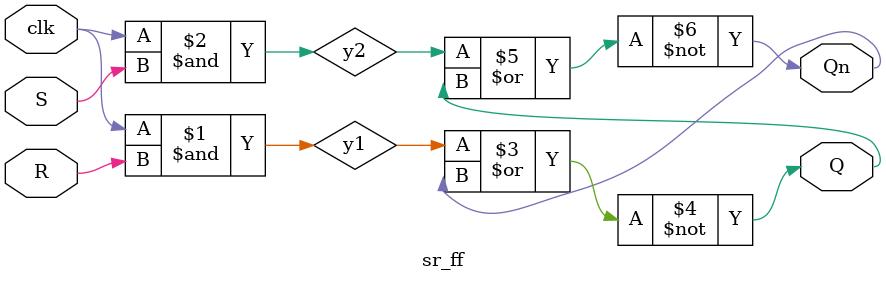
<source format=v>
`timescale 1ns / 1ps



module sr_ff(
    input clk,
    input S,  //Set
    input R,  //Reset
    output Q, //Output
    output Qn //Inverted Output
);

wire y1,y2;

and A1(y1,clk,R);
and A2(y2, clk, S);

nor N1(Q, y1, Qn);
nor N2(Qn, y2, Q);

endmodule

    


</source>
